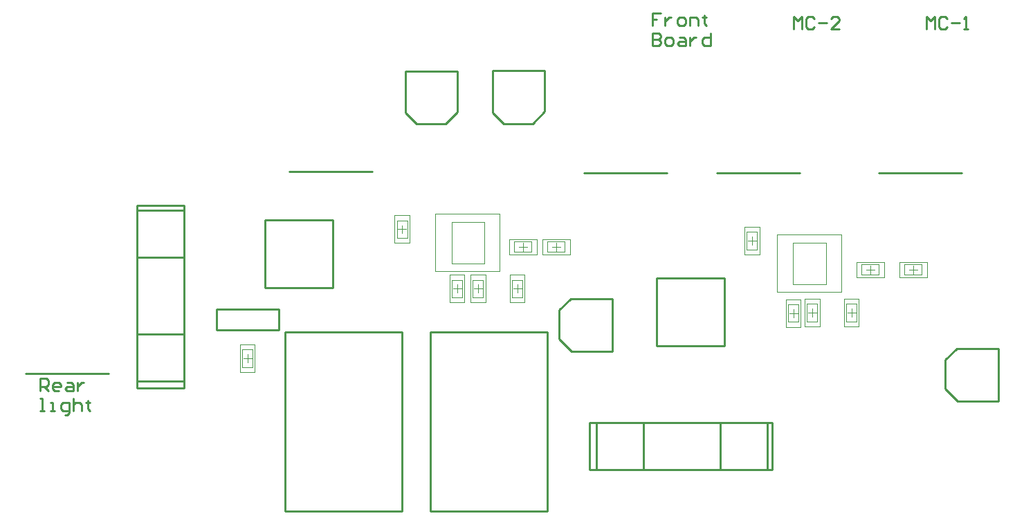
<source format=gbp>
G04*
G04 #@! TF.GenerationSoftware,Altium Limited,Altium Designer,19.1.8 (144)*
G04*
G04 Layer_Color=128*
%FSLAX25Y25*%
%MOIN*%
G70*
G01*
G75*
%ADD10C,0.01000*%
%ADD11C,0.00394*%
%ADD14C,0.00197*%
D10*
X370772Y9661D02*
Y32339D01*
X282780Y9504D02*
X370772D01*
X282780D02*
Y32181D01*
Y32339D02*
X370772D01*
X64681Y137016D02*
X87358D01*
X87516Y49024D02*
Y137016D01*
X64839Y49024D02*
X87516D01*
X64681D02*
Y137016D01*
X268244Y72701D02*
Y86480D01*
Y72701D02*
X274150Y66795D01*
X273756Y91992D02*
X293835D01*
X268244Y86480D02*
X273756Y91992D01*
X293835Y66795D02*
Y91992D01*
X274150Y66795D02*
X293835D01*
X199520Y176165D02*
X213299D01*
X219205Y182071D01*
X194008Y181677D02*
Y201756D01*
Y181677D02*
X199520Y176165D01*
X194008Y201756D02*
X219205D01*
Y182071D02*
Y201756D01*
X454244Y48701D02*
Y62480D01*
Y48701D02*
X460150Y42795D01*
X459756Y67992D02*
X479835D01*
X454244Y62480D02*
X459756Y67992D01*
X479835Y42795D02*
Y67992D01*
X460150Y42795D02*
X479835D01*
X241520Y176244D02*
X255299D01*
X261205Y182150D01*
X236008Y181756D02*
Y201835D01*
Y181756D02*
X241520Y176244D01*
X236008Y201835D02*
X261205D01*
Y182150D02*
Y201835D01*
X345791Y9583D02*
Y32260D01*
Y9583D02*
X368291D01*
X346018Y32417D02*
X368134D01*
X368291Y9583D02*
Y32260D01*
X308596Y9504D02*
Y32181D01*
X308439Y32339D02*
X308596Y32181D01*
X286323Y32339D02*
X308439D01*
X286097Y9504D02*
X308596D01*
X286097D02*
Y32181D01*
X64760Y112035D02*
X87437D01*
Y134535D01*
X64602Y112262D02*
Y134378D01*
X64760Y134535D02*
X87437D01*
X64839Y74840D02*
X87516D01*
X64681Y74683D02*
X64839Y74840D01*
X64681Y52567D02*
Y74683D01*
X87516Y52341D02*
Y74840D01*
X64839Y52341D02*
X87516D01*
X422000Y152575D02*
X462000D01*
X280112D02*
X320112D01*
X138000Y153347D02*
X178000D01*
X344112Y152575D02*
X384112D01*
X11000Y56000D02*
X51000D01*
X126488Y129961D02*
X159165D01*
Y97284D02*
Y129961D01*
X126488Y97284D02*
X159165D01*
X126488D02*
Y129961D01*
X315039Y69441D02*
Y102118D01*
X347716D01*
Y69441D02*
Y102118D01*
X315039Y69441D02*
X347716D01*
X103000Y87000D02*
X133001D01*
Y77000D02*
Y87000D01*
X103000Y77000D02*
X133001D01*
X103000D02*
Y87000D01*
X18000Y47597D02*
Y53595D01*
X20999D01*
X21999Y52595D01*
Y50596D01*
X20999Y49596D01*
X18000D01*
X19999D02*
X21999Y47597D01*
X26997D02*
X24998D01*
X23998Y48597D01*
Y50596D01*
X24998Y51596D01*
X26997D01*
X27997Y50596D01*
Y49596D01*
X23998D01*
X30996Y51596D02*
X32995D01*
X33995Y50596D01*
Y47597D01*
X30996D01*
X29996Y48597D01*
X30996Y49596D01*
X33995D01*
X35994Y51596D02*
Y47597D01*
Y49596D01*
X36994Y50596D01*
X37993Y51596D01*
X38993D01*
X18000Y37999D02*
X19999D01*
X19000D01*
Y43997D01*
X18000D01*
X22998Y37999D02*
X24998D01*
X23998D01*
Y41998D01*
X22998D01*
X29996Y36000D02*
X30996D01*
X31995Y37000D01*
Y41998D01*
X28996D01*
X27997Y40998D01*
Y38999D01*
X28996Y37999D01*
X31995D01*
X33995Y43997D02*
Y37999D01*
Y40998D01*
X34995Y41998D01*
X36994D01*
X37993Y40998D01*
Y37999D01*
X40993Y42998D02*
Y41998D01*
X39993D01*
X41992D01*
X40993D01*
Y38999D01*
X41992Y37999D01*
X316999Y229596D02*
X313000D01*
Y226597D01*
X314999D01*
X313000D01*
Y223598D01*
X318998Y227596D02*
Y223598D01*
Y225597D01*
X319998Y226597D01*
X320997Y227596D01*
X321997D01*
X325996Y223598D02*
X327995D01*
X328995Y224597D01*
Y226597D01*
X327995Y227596D01*
X325996D01*
X324996Y226597D01*
Y224597D01*
X325996Y223598D01*
X330994D02*
Y227596D01*
X333993D01*
X334993Y226597D01*
Y223598D01*
X337992Y228596D02*
Y227596D01*
X336992D01*
X338992D01*
X337992D01*
Y224597D01*
X338992Y223598D01*
X313000Y219998D02*
Y214000D01*
X315999D01*
X316999Y215000D01*
Y215999D01*
X315999Y216999D01*
X313000D01*
X315999D01*
X316999Y217999D01*
Y218998D01*
X315999Y219998D01*
X313000D01*
X319998Y214000D02*
X321997D01*
X322997Y215000D01*
Y216999D01*
X321997Y217999D01*
X319998D01*
X318998Y216999D01*
Y215000D01*
X319998Y214000D01*
X325996Y217999D02*
X327995D01*
X328995Y216999D01*
Y214000D01*
X325996D01*
X324996Y215000D01*
X325996Y215999D01*
X328995D01*
X330994Y217999D02*
Y214000D01*
Y215999D01*
X331994Y216999D01*
X332994Y217999D01*
X333993D01*
X340991Y219998D02*
Y214000D01*
X337992D01*
X336992Y215000D01*
Y216999D01*
X337992Y217999D01*
X340991D01*
X381000Y222000D02*
Y227998D01*
X382999Y225999D01*
X384999Y227998D01*
Y222000D01*
X390997Y226998D02*
X389997Y227998D01*
X387998D01*
X386998Y226998D01*
Y223000D01*
X387998Y222000D01*
X389997D01*
X390997Y223000D01*
X392996Y224999D02*
X396995D01*
X402993Y222000D02*
X398994D01*
X402993Y225999D01*
Y226998D01*
X401993Y227998D01*
X399994D01*
X398994Y226998D01*
X445000Y222000D02*
Y227998D01*
X446999Y225999D01*
X448999Y227998D01*
Y222000D01*
X454997Y226998D02*
X453997Y227998D01*
X451998D01*
X450998Y226998D01*
Y223000D01*
X451998Y222000D01*
X453997D01*
X454997Y223000D01*
X456996Y224999D02*
X460995D01*
X462994Y222000D02*
X464993D01*
X463994D01*
Y227998D01*
X462994Y226998D01*
X136000Y-10500D02*
Y33500D01*
Y-10500D02*
X192500D01*
Y76000D01*
X136000D02*
X192500D01*
X136000Y33000D02*
Y76000D01*
X206000Y-10500D02*
Y33500D01*
Y-10500D02*
X262500D01*
Y76000D01*
X206000D02*
X262500D01*
X206000Y33000D02*
Y76000D01*
D11*
X216256Y108961D02*
X232004D01*
X216256D02*
Y129039D01*
X232004D01*
Y108961D02*
Y129039D01*
X380858Y98988D02*
X396606D01*
X380858D02*
Y119067D01*
X396606D01*
Y98988D02*
Y119067D01*
X120480Y59126D02*
Y67591D01*
X115520Y59126D02*
Y67591D01*
X120480D01*
X115520Y59126D02*
X120480D01*
X190020Y121268D02*
Y129732D01*
X194980Y121268D02*
Y129732D01*
X190020Y121268D02*
X194980D01*
X190020Y129732D02*
X194980D01*
X358520Y115768D02*
Y124232D01*
X363480Y115768D02*
Y124232D01*
X358520Y115768D02*
X363480D01*
X358520Y124232D02*
X363480D01*
X378520Y80843D02*
X383480D01*
X378520Y89307D02*
X383480D01*
X378520Y80843D02*
Y89307D01*
X383480Y80843D02*
Y89307D01*
X442874Y103520D02*
Y108480D01*
X434409Y103520D02*
Y108480D01*
Y103520D02*
X442874D01*
X434409Y108480D02*
X442874D01*
X216520Y92626D02*
X221480D01*
X216520Y101091D02*
X221480D01*
X216520Y92626D02*
Y101091D01*
X221480Y92626D02*
Y101091D01*
X245520Y92626D02*
X250480D01*
X245520Y101091D02*
X250480D01*
X245520Y92626D02*
Y101091D01*
X250480Y92626D02*
Y101091D01*
X270874Y114520D02*
Y119480D01*
X262409Y114520D02*
Y119480D01*
Y114520D02*
X270874D01*
X262409Y119480D02*
X270874D01*
X406520Y81126D02*
X411480D01*
X406520Y89591D02*
X411480D01*
X406520Y81126D02*
Y89591D01*
X411480Y81126D02*
Y89591D01*
X413768Y103520D02*
Y108480D01*
X422232Y103520D02*
Y108480D01*
X413768D02*
X422232D01*
X413768Y103520D02*
X422232D01*
X226520Y101091D02*
X231480D01*
X226520Y92626D02*
X231480D01*
Y101091D01*
X226520Y92626D02*
Y101091D01*
X246410Y114520D02*
Y119480D01*
X254874Y114520D02*
Y119480D01*
X246410D02*
X254874D01*
X246410Y114520D02*
X254874D01*
X387520Y89591D02*
X392480D01*
X387520Y81126D02*
X392480D01*
Y89591D01*
X387520Y81126D02*
Y89591D01*
X208382Y105417D02*
Y132976D01*
Y105417D02*
X239484D01*
Y132976D01*
X208382D02*
X239484D01*
X372984Y95445D02*
Y123004D01*
Y95445D02*
X404087D01*
Y123004D01*
X372984D02*
X404087D01*
X116032Y63358D02*
X119968D01*
X118000Y61390D02*
Y65327D01*
X190532Y125500D02*
X194468D01*
X192500Y123531D02*
Y127469D01*
X359032Y120000D02*
X362968D01*
X361000Y118032D02*
Y121968D01*
X381000Y83106D02*
Y87043D01*
X379031Y85075D02*
X382968D01*
X436673Y106000D02*
X440610D01*
X438642Y104032D02*
Y107968D01*
X219000Y94890D02*
Y98827D01*
X217032Y96858D02*
X220969D01*
X248000Y94890D02*
Y98827D01*
X246031Y96858D02*
X249969D01*
X264673Y117000D02*
X268610D01*
X266642Y115032D02*
Y118968D01*
X409000Y83390D02*
Y87327D01*
X407031Y85358D02*
X410968D01*
X416032Y106000D02*
X419969D01*
X418000Y104032D02*
Y107968D01*
X229000Y94890D02*
Y98827D01*
X227031Y96858D02*
X230968D01*
X248673Y117000D02*
X252610D01*
X250642Y115032D02*
Y118968D01*
X390000Y83390D02*
Y87327D01*
X388032Y85358D02*
X391968D01*
D14*
X121543Y56665D02*
Y70051D01*
X114457Y56665D02*
Y70051D01*
X121543D01*
X114457Y56665D02*
X121543D01*
X188760Y118807D02*
Y132193D01*
X196240Y118807D02*
Y132193D01*
X188760Y118807D02*
X196240D01*
X188760Y132193D02*
X196240D01*
X357260Y113307D02*
Y126693D01*
X364740Y113307D02*
Y126693D01*
X357260Y113307D02*
X364740D01*
X357260Y126693D02*
X364740D01*
X377457Y78382D02*
X384543D01*
X377457Y91768D02*
X384543D01*
X377457Y78382D02*
Y91768D01*
X384543Y78382D02*
Y91768D01*
X445335Y102457D02*
Y109543D01*
X431949Y102457D02*
Y109543D01*
Y102457D02*
X445335D01*
X431949Y109543D02*
X445335D01*
X215457Y90165D02*
X222543D01*
X215457Y103551D02*
X222543D01*
X215457Y90165D02*
Y103551D01*
X222543Y90165D02*
Y103551D01*
X244457Y90165D02*
X251543D01*
X244457Y103551D02*
X251543D01*
X244457Y90165D02*
Y103551D01*
X251543Y90165D02*
Y103551D01*
X273335Y113457D02*
Y120543D01*
X259949Y113457D02*
Y120543D01*
Y113457D02*
X273335D01*
X259949Y120543D02*
X273335D01*
X405457Y78665D02*
X412543D01*
X405457Y92051D02*
X412543D01*
X405457Y78665D02*
Y92051D01*
X412543Y78665D02*
Y92051D01*
X411307Y102260D02*
Y109740D01*
X424693Y102260D02*
Y109740D01*
X411307D02*
X424693D01*
X411307Y102260D02*
X424693D01*
X225260Y103551D02*
X232740D01*
X225260Y90165D02*
X232740D01*
Y103551D01*
X225260Y90165D02*
Y103551D01*
X243949Y113260D02*
Y120740D01*
X257335Y113260D02*
Y120740D01*
X243949D02*
X257335D01*
X243949Y113260D02*
X257335D01*
X386260Y92051D02*
X393740D01*
X386260Y78665D02*
X393740D01*
Y92051D01*
X386260Y78665D02*
Y92051D01*
M02*

</source>
